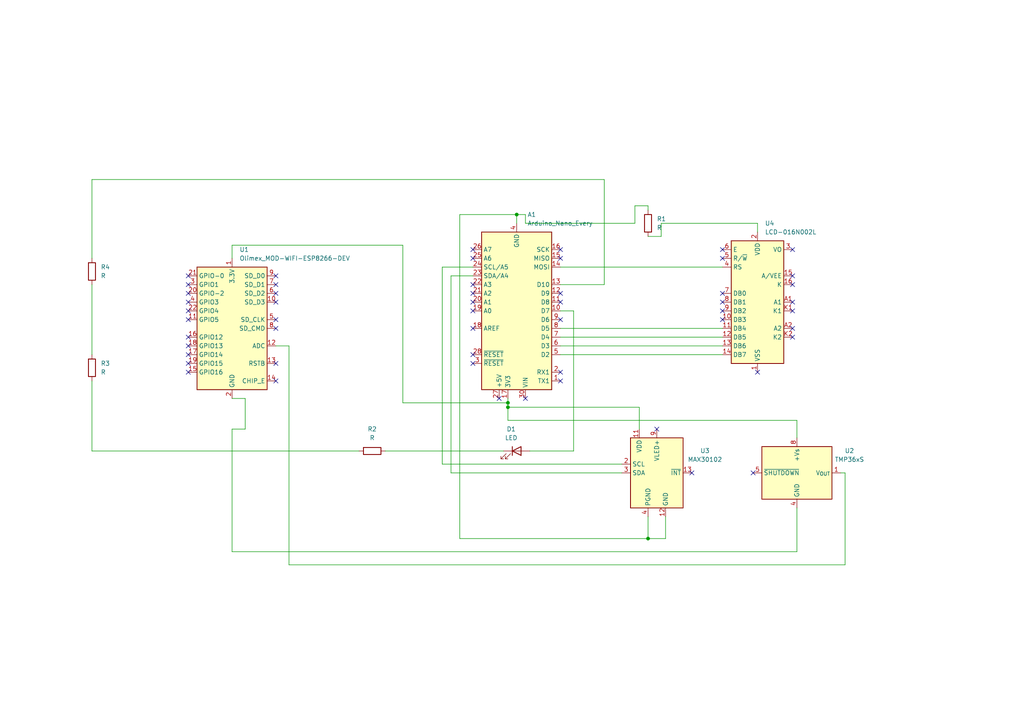
<source format=kicad_sch>
(kicad_sch
	(version 20250114)
	(generator "eeschema")
	(generator_version "9.0")
	(uuid "bcee197d-7733-4171-8688-b7be612452d9")
	(paper "A4")
	(lib_symbols
		(symbol "Device:LED"
			(pin_numbers
				(hide yes)
			)
			(pin_names
				(offset 1.016)
				(hide yes)
			)
			(exclude_from_sim no)
			(in_bom yes)
			(on_board yes)
			(property "Reference" "D"
				(at 0 2.54 0)
				(effects
					(font
						(size 1.27 1.27)
					)
				)
			)
			(property "Value" "LED"
				(at 0 -2.54 0)
				(effects
					(font
						(size 1.27 1.27)
					)
				)
			)
			(property "Footprint" ""
				(at 0 0 0)
				(effects
					(font
						(size 1.27 1.27)
					)
					(hide yes)
				)
			)
			(property "Datasheet" "~"
				(at 0 0 0)
				(effects
					(font
						(size 1.27 1.27)
					)
					(hide yes)
				)
			)
			(property "Description" "Light emitting diode"
				(at 0 0 0)
				(effects
					(font
						(size 1.27 1.27)
					)
					(hide yes)
				)
			)
			(property "Sim.Pins" "1=K 2=A"
				(at 0 0 0)
				(effects
					(font
						(size 1.27 1.27)
					)
					(hide yes)
				)
			)
			(property "ki_keywords" "LED diode"
				(at 0 0 0)
				(effects
					(font
						(size 1.27 1.27)
					)
					(hide yes)
				)
			)
			(property "ki_fp_filters" "LED* LED_SMD:* LED_THT:*"
				(at 0 0 0)
				(effects
					(font
						(size 1.27 1.27)
					)
					(hide yes)
				)
			)
			(symbol "LED_0_1"
				(polyline
					(pts
						(xy -3.048 -0.762) (xy -4.572 -2.286) (xy -3.81 -2.286) (xy -4.572 -2.286) (xy -4.572 -1.524)
					)
					(stroke
						(width 0)
						(type default)
					)
					(fill
						(type none)
					)
				)
				(polyline
					(pts
						(xy -1.778 -0.762) (xy -3.302 -2.286) (xy -2.54 -2.286) (xy -3.302 -2.286) (xy -3.302 -1.524)
					)
					(stroke
						(width 0)
						(type default)
					)
					(fill
						(type none)
					)
				)
				(polyline
					(pts
						(xy -1.27 0) (xy 1.27 0)
					)
					(stroke
						(width 0)
						(type default)
					)
					(fill
						(type none)
					)
				)
				(polyline
					(pts
						(xy -1.27 -1.27) (xy -1.27 1.27)
					)
					(stroke
						(width 0.254)
						(type default)
					)
					(fill
						(type none)
					)
				)
				(polyline
					(pts
						(xy 1.27 -1.27) (xy 1.27 1.27) (xy -1.27 0) (xy 1.27 -1.27)
					)
					(stroke
						(width 0.254)
						(type default)
					)
					(fill
						(type none)
					)
				)
			)
			(symbol "LED_1_1"
				(pin passive line
					(at -3.81 0 0)
					(length 2.54)
					(name "K"
						(effects
							(font
								(size 1.27 1.27)
							)
						)
					)
					(number "1"
						(effects
							(font
								(size 1.27 1.27)
							)
						)
					)
				)
				(pin passive line
					(at 3.81 0 180)
					(length 2.54)
					(name "A"
						(effects
							(font
								(size 1.27 1.27)
							)
						)
					)
					(number "2"
						(effects
							(font
								(size 1.27 1.27)
							)
						)
					)
				)
			)
			(embedded_fonts no)
		)
		(symbol "Device:R"
			(pin_numbers
				(hide yes)
			)
			(pin_names
				(offset 0)
			)
			(exclude_from_sim no)
			(in_bom yes)
			(on_board yes)
			(property "Reference" "R"
				(at 2.032 0 90)
				(effects
					(font
						(size 1.27 1.27)
					)
				)
			)
			(property "Value" "R"
				(at 0 0 90)
				(effects
					(font
						(size 1.27 1.27)
					)
				)
			)
			(property "Footprint" ""
				(at -1.778 0 90)
				(effects
					(font
						(size 1.27 1.27)
					)
					(hide yes)
				)
			)
			(property "Datasheet" "~"
				(at 0 0 0)
				(effects
					(font
						(size 1.27 1.27)
					)
					(hide yes)
				)
			)
			(property "Description" "Resistor"
				(at 0 0 0)
				(effects
					(font
						(size 1.27 1.27)
					)
					(hide yes)
				)
			)
			(property "ki_keywords" "R res resistor"
				(at 0 0 0)
				(effects
					(font
						(size 1.27 1.27)
					)
					(hide yes)
				)
			)
			(property "ki_fp_filters" "R_*"
				(at 0 0 0)
				(effects
					(font
						(size 1.27 1.27)
					)
					(hide yes)
				)
			)
			(symbol "R_0_1"
				(rectangle
					(start -1.016 -2.54)
					(end 1.016 2.54)
					(stroke
						(width 0.254)
						(type default)
					)
					(fill
						(type none)
					)
				)
			)
			(symbol "R_1_1"
				(pin passive line
					(at 0 3.81 270)
					(length 1.27)
					(name "~"
						(effects
							(font
								(size 1.27 1.27)
							)
						)
					)
					(number "1"
						(effects
							(font
								(size 1.27 1.27)
							)
						)
					)
				)
				(pin passive line
					(at 0 -3.81 90)
					(length 1.27)
					(name "~"
						(effects
							(font
								(size 1.27 1.27)
							)
						)
					)
					(number "2"
						(effects
							(font
								(size 1.27 1.27)
							)
						)
					)
				)
			)
			(embedded_fonts no)
		)
		(symbol "Display_Character:LCD-016N002L"
			(exclude_from_sim no)
			(in_bom yes)
			(on_board yes)
			(property "Reference" "U"
				(at -6.35 18.796 0)
				(effects
					(font
						(size 1.27 1.27)
					)
				)
			)
			(property "Value" "LCD-016N002L"
				(at 8.636 18.796 0)
				(effects
					(font
						(size 1.27 1.27)
					)
				)
			)
			(property "Footprint" "Display:LCD-016N002L"
				(at 0.508 -23.368 0)
				(effects
					(font
						(size 1.27 1.27)
					)
					(hide yes)
				)
			)
			(property "Datasheet" "http://www.vishay.com/docs/37299/37299.pdf"
				(at 12.7 -7.62 0)
				(effects
					(font
						(size 1.27 1.27)
					)
					(hide yes)
				)
			)
			(property "Description" "LCD 12x2, 8 bit parallel bus, 3V or 5V VDD"
				(at 0 0 0)
				(effects
					(font
						(size 1.27 1.27)
					)
					(hide yes)
				)
			)
			(property "ki_keywords" "display LCD dot-matrix"
				(at 0 0 0)
				(effects
					(font
						(size 1.27 1.27)
					)
					(hide yes)
				)
			)
			(property "ki_fp_filters" "*LCD*016N002L*"
				(at 0 0 0)
				(effects
					(font
						(size 1.27 1.27)
					)
					(hide yes)
				)
			)
			(symbol "LCD-016N002L_1_1"
				(rectangle
					(start -7.62 17.78)
					(end 7.62 -17.78)
					(stroke
						(width 0.254)
						(type default)
					)
					(fill
						(type background)
					)
				)
				(pin input line
					(at -10.16 15.24 0)
					(length 2.54)
					(name "E"
						(effects
							(font
								(size 1.27 1.27)
							)
						)
					)
					(number "6"
						(effects
							(font
								(size 1.27 1.27)
							)
						)
					)
				)
				(pin input line
					(at -10.16 12.7 0)
					(length 2.54)
					(name "R/~{W}"
						(effects
							(font
								(size 1.27 1.27)
							)
						)
					)
					(number "5"
						(effects
							(font
								(size 1.27 1.27)
							)
						)
					)
				)
				(pin input line
					(at -10.16 10.16 0)
					(length 2.54)
					(name "RS"
						(effects
							(font
								(size 1.27 1.27)
							)
						)
					)
					(number "4"
						(effects
							(font
								(size 1.27 1.27)
							)
						)
					)
				)
				(pin bidirectional line
					(at -10.16 2.54 0)
					(length 2.54)
					(name "DB0"
						(effects
							(font
								(size 1.27 1.27)
							)
						)
					)
					(number "7"
						(effects
							(font
								(size 1.27 1.27)
							)
						)
					)
				)
				(pin bidirectional line
					(at -10.16 0 0)
					(length 2.54)
					(name "DB1"
						(effects
							(font
								(size 1.27 1.27)
							)
						)
					)
					(number "8"
						(effects
							(font
								(size 1.27 1.27)
							)
						)
					)
				)
				(pin bidirectional line
					(at -10.16 -2.54 0)
					(length 2.54)
					(name "DB2"
						(effects
							(font
								(size 1.27 1.27)
							)
						)
					)
					(number "9"
						(effects
							(font
								(size 1.27 1.27)
							)
						)
					)
				)
				(pin bidirectional line
					(at -10.16 -5.08 0)
					(length 2.54)
					(name "DB3"
						(effects
							(font
								(size 1.27 1.27)
							)
						)
					)
					(number "10"
						(effects
							(font
								(size 1.27 1.27)
							)
						)
					)
				)
				(pin bidirectional line
					(at -10.16 -7.62 0)
					(length 2.54)
					(name "DB4"
						(effects
							(font
								(size 1.27 1.27)
							)
						)
					)
					(number "11"
						(effects
							(font
								(size 1.27 1.27)
							)
						)
					)
				)
				(pin bidirectional line
					(at -10.16 -10.16 0)
					(length 2.54)
					(name "DB5"
						(effects
							(font
								(size 1.27 1.27)
							)
						)
					)
					(number "12"
						(effects
							(font
								(size 1.27 1.27)
							)
						)
					)
				)
				(pin bidirectional line
					(at -10.16 -12.7 0)
					(length 2.54)
					(name "DB6"
						(effects
							(font
								(size 1.27 1.27)
							)
						)
					)
					(number "13"
						(effects
							(font
								(size 1.27 1.27)
							)
						)
					)
				)
				(pin bidirectional line
					(at -10.16 -15.24 0)
					(length 2.54)
					(name "DB7"
						(effects
							(font
								(size 1.27 1.27)
							)
						)
					)
					(number "14"
						(effects
							(font
								(size 1.27 1.27)
							)
						)
					)
				)
				(pin power_in line
					(at 0 20.32 270)
					(length 2.54)
					(name "VDD"
						(effects
							(font
								(size 1.27 1.27)
							)
						)
					)
					(number "2"
						(effects
							(font
								(size 1.27 1.27)
							)
						)
					)
				)
				(pin power_in line
					(at 0 -20.32 90)
					(length 2.54)
					(name "VSS"
						(effects
							(font
								(size 1.27 1.27)
							)
						)
					)
					(number "1"
						(effects
							(font
								(size 1.27 1.27)
							)
						)
					)
				)
				(pin input line
					(at 10.16 15.24 180)
					(length 2.54)
					(name "VO"
						(effects
							(font
								(size 1.27 1.27)
							)
						)
					)
					(number "3"
						(effects
							(font
								(size 1.27 1.27)
							)
						)
					)
				)
				(pin power_in line
					(at 10.16 7.62 180)
					(length 2.54)
					(name "A/VEE"
						(effects
							(font
								(size 1.27 1.27)
							)
						)
					)
					(number "15"
						(effects
							(font
								(size 1.27 1.27)
							)
						)
					)
				)
				(pin power_in line
					(at 10.16 5.08 180)
					(length 2.54)
					(name "K"
						(effects
							(font
								(size 1.27 1.27)
							)
						)
					)
					(number "16"
						(effects
							(font
								(size 1.27 1.27)
							)
						)
					)
				)
				(pin power_in line
					(at 10.16 0 180)
					(length 2.54)
					(name "A1"
						(effects
							(font
								(size 1.27 1.27)
							)
						)
					)
					(number "A1"
						(effects
							(font
								(size 1.27 1.27)
							)
						)
					)
				)
				(pin power_in line
					(at 10.16 -2.54 180)
					(length 2.54)
					(name "K1"
						(effects
							(font
								(size 1.27 1.27)
							)
						)
					)
					(number "K1"
						(effects
							(font
								(size 1.27 1.27)
							)
						)
					)
				)
				(pin power_in line
					(at 10.16 -7.62 180)
					(length 2.54)
					(name "A2"
						(effects
							(font
								(size 1.27 1.27)
							)
						)
					)
					(number "A2"
						(effects
							(font
								(size 1.27 1.27)
							)
						)
					)
				)
				(pin power_in line
					(at 10.16 -10.16 180)
					(length 2.54)
					(name "K2"
						(effects
							(font
								(size 1.27 1.27)
							)
						)
					)
					(number "K2"
						(effects
							(font
								(size 1.27 1.27)
							)
						)
					)
				)
			)
			(embedded_fonts no)
		)
		(symbol "MCU_Module:Arduino_Nano_Every"
			(exclude_from_sim no)
			(in_bom yes)
			(on_board yes)
			(property "Reference" "A"
				(at -10.16 23.495 0)
				(effects
					(font
						(size 1.27 1.27)
					)
					(justify left bottom)
				)
			)
			(property "Value" "Arduino_Nano_Every"
				(at 5.08 -24.13 0)
				(effects
					(font
						(size 1.27 1.27)
					)
					(justify left top)
				)
			)
			(property "Footprint" "Module:Arduino_Nano"
				(at 0 0 0)
				(effects
					(font
						(size 1.27 1.27)
						(italic yes)
					)
					(hide yes)
				)
			)
			(property "Datasheet" "https://content.arduino.cc/assets/NANOEveryV3.0_sch.pdf"
				(at 0 0 0)
				(effects
					(font
						(size 1.27 1.27)
					)
					(hide yes)
				)
			)
			(property "Description" "Arduino Nano Every"
				(at 0 0 0)
				(effects
					(font
						(size 1.27 1.27)
					)
					(hide yes)
				)
			)
			(property "ki_keywords" "Arduino nano microcontroller module USB UPDI AATMega4809 AVR"
				(at 0 0 0)
				(effects
					(font
						(size 1.27 1.27)
					)
					(hide yes)
				)
			)
			(property "ki_fp_filters" "Arduino*Nano*"
				(at 0 0 0)
				(effects
					(font
						(size 1.27 1.27)
					)
					(hide yes)
				)
			)
			(symbol "Arduino_Nano_Every_0_1"
				(rectangle
					(start -10.16 22.86)
					(end 10.16 -22.86)
					(stroke
						(width 0.254)
						(type default)
					)
					(fill
						(type background)
					)
				)
			)
			(symbol "Arduino_Nano_Every_1_1"
				(pin bidirectional line
					(at -12.7 20.32 0)
					(length 2.54)
					(name "TX1"
						(effects
							(font
								(size 1.27 1.27)
							)
						)
					)
					(number "1"
						(effects
							(font
								(size 1.27 1.27)
							)
						)
					)
				)
				(pin bidirectional line
					(at -12.7 17.78 0)
					(length 2.54)
					(name "RX1"
						(effects
							(font
								(size 1.27 1.27)
							)
						)
					)
					(number "2"
						(effects
							(font
								(size 1.27 1.27)
							)
						)
					)
				)
				(pin bidirectional line
					(at -12.7 12.7 0)
					(length 2.54)
					(name "D2"
						(effects
							(font
								(size 1.27 1.27)
							)
						)
					)
					(number "5"
						(effects
							(font
								(size 1.27 1.27)
							)
						)
					)
				)
				(pin bidirectional line
					(at -12.7 10.16 0)
					(length 2.54)
					(name "D3"
						(effects
							(font
								(size 1.27 1.27)
							)
						)
					)
					(number "6"
						(effects
							(font
								(size 1.27 1.27)
							)
						)
					)
				)
				(pin bidirectional line
					(at -12.7 7.62 0)
					(length 2.54)
					(name "D4"
						(effects
							(font
								(size 1.27 1.27)
							)
						)
					)
					(number "7"
						(effects
							(font
								(size 1.27 1.27)
							)
						)
					)
				)
				(pin bidirectional line
					(at -12.7 5.08 0)
					(length 2.54)
					(name "D5"
						(effects
							(font
								(size 1.27 1.27)
							)
						)
					)
					(number "8"
						(effects
							(font
								(size 1.27 1.27)
							)
						)
					)
				)
				(pin bidirectional line
					(at -12.7 2.54 0)
					(length 2.54)
					(name "D6"
						(effects
							(font
								(size 1.27 1.27)
							)
						)
					)
					(number "9"
						(effects
							(font
								(size 1.27 1.27)
							)
						)
					)
				)
				(pin bidirectional line
					(at -12.7 0 0)
					(length 2.54)
					(name "D7"
						(effects
							(font
								(size 1.27 1.27)
							)
						)
					)
					(number "10"
						(effects
							(font
								(size 1.27 1.27)
							)
						)
					)
				)
				(pin bidirectional line
					(at -12.7 -2.54 0)
					(length 2.54)
					(name "D8"
						(effects
							(font
								(size 1.27 1.27)
							)
						)
					)
					(number "11"
						(effects
							(font
								(size 1.27 1.27)
							)
						)
					)
				)
				(pin bidirectional line
					(at -12.7 -5.08 0)
					(length 2.54)
					(name "D9"
						(effects
							(font
								(size 1.27 1.27)
							)
						)
					)
					(number "12"
						(effects
							(font
								(size 1.27 1.27)
							)
						)
					)
				)
				(pin bidirectional line
					(at -12.7 -7.62 0)
					(length 2.54)
					(name "D10"
						(effects
							(font
								(size 1.27 1.27)
							)
						)
					)
					(number "13"
						(effects
							(font
								(size 1.27 1.27)
							)
						)
					)
				)
				(pin bidirectional line
					(at -12.7 -12.7 0)
					(length 2.54)
					(name "MOSI"
						(effects
							(font
								(size 1.27 1.27)
							)
						)
					)
					(number "14"
						(effects
							(font
								(size 1.27 1.27)
							)
						)
					)
				)
				(pin bidirectional line
					(at -12.7 -15.24 0)
					(length 2.54)
					(name "MISO"
						(effects
							(font
								(size 1.27 1.27)
							)
						)
					)
					(number "15"
						(effects
							(font
								(size 1.27 1.27)
							)
						)
					)
				)
				(pin bidirectional line
					(at -12.7 -17.78 0)
					(length 2.54)
					(name "SCK"
						(effects
							(font
								(size 1.27 1.27)
							)
						)
					)
					(number "16"
						(effects
							(font
								(size 1.27 1.27)
							)
						)
					)
				)
				(pin power_in line
					(at -2.54 25.4 270)
					(length 2.54)
					(name "VIN"
						(effects
							(font
								(size 1.27 1.27)
							)
						)
					)
					(number "30"
						(effects
							(font
								(size 1.27 1.27)
							)
						)
					)
				)
				(pin passive line
					(at 0 -25.4 90)
					(length 2.54)
					(hide yes)
					(name "GND"
						(effects
							(font
								(size 1.27 1.27)
							)
						)
					)
					(number "29"
						(effects
							(font
								(size 1.27 1.27)
							)
						)
					)
				)
				(pin power_in line
					(at 0 -25.4 90)
					(length 2.54)
					(name "GND"
						(effects
							(font
								(size 1.27 1.27)
							)
						)
					)
					(number "4"
						(effects
							(font
								(size 1.27 1.27)
							)
						)
					)
				)
				(pin power_out line
					(at 2.54 25.4 270)
					(length 2.54)
					(name "3V3"
						(effects
							(font
								(size 1.27 1.27)
							)
						)
					)
					(number "17"
						(effects
							(font
								(size 1.27 1.27)
							)
						)
					)
				)
				(pin power_out line
					(at 5.08 25.4 270)
					(length 2.54)
					(name "+5V"
						(effects
							(font
								(size 1.27 1.27)
							)
						)
					)
					(number "27"
						(effects
							(font
								(size 1.27 1.27)
							)
						)
					)
				)
				(pin input line
					(at 12.7 15.24 180)
					(length 2.54)
					(name "~{RESET}"
						(effects
							(font
								(size 1.27 1.27)
							)
						)
					)
					(number "3"
						(effects
							(font
								(size 1.27 1.27)
							)
						)
					)
				)
				(pin input line
					(at 12.7 12.7 180)
					(length 2.54)
					(name "~{RESET}"
						(effects
							(font
								(size 1.27 1.27)
							)
						)
					)
					(number "28"
						(effects
							(font
								(size 1.27 1.27)
							)
						)
					)
				)
				(pin input line
					(at 12.7 5.08 180)
					(length 2.54)
					(name "AREF"
						(effects
							(font
								(size 1.27 1.27)
							)
						)
					)
					(number "18"
						(effects
							(font
								(size 1.27 1.27)
							)
						)
					)
				)
				(pin bidirectional line
					(at 12.7 0 180)
					(length 2.54)
					(name "A0"
						(effects
							(font
								(size 1.27 1.27)
							)
						)
					)
					(number "19"
						(effects
							(font
								(size 1.27 1.27)
							)
						)
					)
				)
				(pin bidirectional line
					(at 12.7 -2.54 180)
					(length 2.54)
					(name "A1"
						(effects
							(font
								(size 1.27 1.27)
							)
						)
					)
					(number "20"
						(effects
							(font
								(size 1.27 1.27)
							)
						)
					)
				)
				(pin bidirectional line
					(at 12.7 -5.08 180)
					(length 2.54)
					(name "A2"
						(effects
							(font
								(size 1.27 1.27)
							)
						)
					)
					(number "21"
						(effects
							(font
								(size 1.27 1.27)
							)
						)
					)
				)
				(pin bidirectional line
					(at 12.7 -7.62 180)
					(length 2.54)
					(name "A3"
						(effects
							(font
								(size 1.27 1.27)
							)
						)
					)
					(number "22"
						(effects
							(font
								(size 1.27 1.27)
							)
						)
					)
				)
				(pin bidirectional line
					(at 12.7 -10.16 180)
					(length 2.54)
					(name "SDA/A4"
						(effects
							(font
								(size 1.27 1.27)
							)
						)
					)
					(number "23"
						(effects
							(font
								(size 1.27 1.27)
							)
						)
					)
				)
				(pin bidirectional line
					(at 12.7 -12.7 180)
					(length 2.54)
					(name "SCL/A5"
						(effects
							(font
								(size 1.27 1.27)
							)
						)
					)
					(number "24"
						(effects
							(font
								(size 1.27 1.27)
							)
						)
					)
				)
				(pin bidirectional line
					(at 12.7 -15.24 180)
					(length 2.54)
					(name "A6"
						(effects
							(font
								(size 1.27 1.27)
							)
						)
					)
					(number "25"
						(effects
							(font
								(size 1.27 1.27)
							)
						)
					)
				)
				(pin bidirectional line
					(at 12.7 -17.78 180)
					(length 2.54)
					(name "A7"
						(effects
							(font
								(size 1.27 1.27)
							)
						)
					)
					(number "26"
						(effects
							(font
								(size 1.27 1.27)
							)
						)
					)
				)
			)
			(embedded_fonts no)
		)
		(symbol "MCU_Module:Olimex_MOD-WIFI-ESP8266-DEV"
			(exclude_from_sim no)
			(in_bom yes)
			(on_board yes)
			(property "Reference" "U"
				(at 1.27 21.59 0)
				(effects
					(font
						(size 1.27 1.27)
					)
					(justify left)
				)
			)
			(property "Value" "Olimex_MOD-WIFI-ESP8266-DEV"
				(at 1.27 19.05 0)
				(effects
					(font
						(size 1.27 1.27)
					)
					(justify left)
				)
			)
			(property "Footprint" "Module:Olimex_MOD-WIFI-ESP8266-DEV"
				(at 0 -33.02 0)
				(effects
					(font
						(size 1.27 1.27)
					)
					(hide yes)
				)
			)
			(property "Datasheet" "https://raw.githubusercontent.com/OLIMEX/ESP8266/master/HARDWARE/MOD-WIFI-ESP8266-DEV/MOD-WiFi-ESP8266-DEV%20revision%20B2/MOD-WiFi-ESP8266-DEV_Rev_B2.pdf"
				(at 0 -30.48 0)
				(effects
					(font
						(size 1.27 1.27)
					)
					(hide yes)
				)
			)
			(property "Description" "ESP8266 development board"
				(at 0 0 0)
				(effects
					(font
						(size 1.27 1.27)
					)
					(hide yes)
				)
			)
			(property "ki_keywords" "ESP8266"
				(at 0 0 0)
				(effects
					(font
						(size 1.27 1.27)
					)
					(hide yes)
				)
			)
			(property "ki_fp_filters" "*MOD?WIFI?ESP8266?DEV*"
				(at 0 0 0)
				(effects
					(font
						(size 1.27 1.27)
					)
					(hide yes)
				)
			)
			(symbol "Olimex_MOD-WIFI-ESP8266-DEV_0_1"
				(rectangle
					(start -10.16 17.78)
					(end 10.16 -17.78)
					(stroke
						(width 0.254)
						(type default)
					)
					(fill
						(type background)
					)
				)
			)
			(symbol "Olimex_MOD-WIFI-ESP8266-DEV_1_1"
				(pin bidirectional line
					(at -12.7 15.24 0)
					(length 2.54)
					(name "GPIO-0"
						(effects
							(font
								(size 1.27 1.27)
							)
						)
					)
					(number "21"
						(effects
							(font
								(size 1.27 1.27)
							)
						)
					)
				)
				(pin bidirectional line
					(at -12.7 12.7 0)
					(length 2.54)
					(name "GPIO1"
						(effects
							(font
								(size 1.27 1.27)
							)
						)
					)
					(number "3"
						(effects
							(font
								(size 1.27 1.27)
							)
						)
					)
				)
				(pin bidirectional line
					(at -12.7 10.16 0)
					(length 2.54)
					(name "GPIO-2"
						(effects
							(font
								(size 1.27 1.27)
							)
						)
					)
					(number "20"
						(effects
							(font
								(size 1.27 1.27)
							)
						)
					)
				)
				(pin bidirectional line
					(at -12.7 7.62 0)
					(length 2.54)
					(name "GPIO3"
						(effects
							(font
								(size 1.27 1.27)
							)
						)
					)
					(number "4"
						(effects
							(font
								(size 1.27 1.27)
							)
						)
					)
				)
				(pin bidirectional line
					(at -12.7 5.08 0)
					(length 2.54)
					(name "GPIO4"
						(effects
							(font
								(size 1.27 1.27)
							)
						)
					)
					(number "22"
						(effects
							(font
								(size 1.27 1.27)
							)
						)
					)
				)
				(pin bidirectional line
					(at -12.7 2.54 0)
					(length 2.54)
					(name "GPIO5"
						(effects
							(font
								(size 1.27 1.27)
							)
						)
					)
					(number "11"
						(effects
							(font
								(size 1.27 1.27)
							)
						)
					)
				)
				(pin bidirectional line
					(at -12.7 -2.54 0)
					(length 2.54)
					(name "GPIO12"
						(effects
							(font
								(size 1.27 1.27)
							)
						)
					)
					(number "16"
						(effects
							(font
								(size 1.27 1.27)
							)
						)
					)
				)
				(pin bidirectional line
					(at -12.7 -5.08 0)
					(length 2.54)
					(name "GPIO13"
						(effects
							(font
								(size 1.27 1.27)
							)
						)
					)
					(number "18"
						(effects
							(font
								(size 1.27 1.27)
							)
						)
					)
				)
				(pin bidirectional line
					(at -12.7 -7.62 0)
					(length 2.54)
					(name "GPIO14"
						(effects
							(font
								(size 1.27 1.27)
							)
						)
					)
					(number "17"
						(effects
							(font
								(size 1.27 1.27)
							)
						)
					)
				)
				(pin bidirectional line
					(at -12.7 -10.16 0)
					(length 2.54)
					(name "GPIO15"
						(effects
							(font
								(size 1.27 1.27)
							)
						)
					)
					(number "19"
						(effects
							(font
								(size 1.27 1.27)
							)
						)
					)
				)
				(pin bidirectional line
					(at -12.7 -12.7 0)
					(length 2.54)
					(name "GPIO16"
						(effects
							(font
								(size 1.27 1.27)
							)
						)
					)
					(number "15"
						(effects
							(font
								(size 1.27 1.27)
							)
						)
					)
				)
				(pin power_in line
					(at 0 20.32 270)
					(length 2.54)
					(name "3.3V"
						(effects
							(font
								(size 1.27 1.27)
							)
						)
					)
					(number "1"
						(effects
							(font
								(size 1.27 1.27)
							)
						)
					)
				)
				(pin power_in line
					(at 0 -20.32 90)
					(length 2.54)
					(name "GND"
						(effects
							(font
								(size 1.27 1.27)
							)
						)
					)
					(number "2"
						(effects
							(font
								(size 1.27 1.27)
							)
						)
					)
				)
				(pin unspecified line
					(at 12.7 15.24 180)
					(length 2.54)
					(name "SD_D0"
						(effects
							(font
								(size 1.27 1.27)
							)
						)
					)
					(number "9"
						(effects
							(font
								(size 1.27 1.27)
							)
						)
					)
				)
				(pin unspecified line
					(at 12.7 12.7 180)
					(length 2.54)
					(name "SD_D1"
						(effects
							(font
								(size 1.27 1.27)
							)
						)
					)
					(number "7"
						(effects
							(font
								(size 1.27 1.27)
							)
						)
					)
				)
				(pin unspecified line
					(at 12.7 10.16 180)
					(length 2.54)
					(name "SD_D2"
						(effects
							(font
								(size 1.27 1.27)
							)
						)
					)
					(number "6"
						(effects
							(font
								(size 1.27 1.27)
							)
						)
					)
				)
				(pin unspecified line
					(at 12.7 7.62 180)
					(length 2.54)
					(name "SD_D3"
						(effects
							(font
								(size 1.27 1.27)
							)
						)
					)
					(number "10"
						(effects
							(font
								(size 1.27 1.27)
							)
						)
					)
				)
				(pin unspecified line
					(at 12.7 2.54 180)
					(length 2.54)
					(name "SD_CLK"
						(effects
							(font
								(size 1.27 1.27)
							)
						)
					)
					(number "5"
						(effects
							(font
								(size 1.27 1.27)
							)
						)
					)
				)
				(pin unspecified line
					(at 12.7 0 180)
					(length 2.54)
					(name "SD_CMD"
						(effects
							(font
								(size 1.27 1.27)
							)
						)
					)
					(number "8"
						(effects
							(font
								(size 1.27 1.27)
							)
						)
					)
				)
				(pin unspecified line
					(at 12.7 -5.08 180)
					(length 2.54)
					(name "ADC"
						(effects
							(font
								(size 1.27 1.27)
							)
						)
					)
					(number "12"
						(effects
							(font
								(size 1.27 1.27)
							)
						)
					)
				)
				(pin input line
					(at 12.7 -10.16 180)
					(length 2.54)
					(name "RSTB"
						(effects
							(font
								(size 1.27 1.27)
							)
						)
					)
					(number "13"
						(effects
							(font
								(size 1.27 1.27)
							)
						)
					)
				)
				(pin unspecified line
					(at 12.7 -15.24 180)
					(length 2.54)
					(name "CHIP_E"
						(effects
							(font
								(size 1.27 1.27)
							)
						)
					)
					(number "14"
						(effects
							(font
								(size 1.27 1.27)
							)
						)
					)
				)
			)
			(embedded_fonts no)
		)
		(symbol "Sensor:MAX30102"
			(exclude_from_sim no)
			(in_bom yes)
			(on_board yes)
			(property "Reference" "U"
				(at 7.62 15.24 0)
				(effects
					(font
						(size 1.27 1.27)
					)
				)
			)
			(property "Value" "MAX30102"
				(at 7.62 12.7 0)
				(effects
					(font
						(size 1.27 1.27)
					)
				)
			)
			(property "Footprint" "OptoDevice:Maxim_OLGA-14_3.3x5.6mm_P0.8mm"
				(at 0 -2.54 0)
				(effects
					(font
						(size 1.27 1.27)
					)
					(hide yes)
				)
			)
			(property "Datasheet" "https://datasheets.maximintegrated.com/en/ds/MAX30102.pdf"
				(at 0 0 0)
				(effects
					(font
						(size 1.27 1.27)
					)
					(hide yes)
				)
			)
			(property "Description" "Heart Rate Sensor, 14-OLGA"
				(at 0 0 0)
				(effects
					(font
						(size 1.27 1.27)
					)
					(hide yes)
				)
			)
			(property "ki_keywords" "Heart Rate"
				(at 0 0 0)
				(effects
					(font
						(size 1.27 1.27)
					)
					(hide yes)
				)
			)
			(property "ki_fp_filters" "Maxim*OLGA*3.3x5.6mm*P0.8mm*"
				(at 0 0 0)
				(effects
					(font
						(size 1.27 1.27)
					)
					(hide yes)
				)
			)
			(symbol "MAX30102_0_1"
				(rectangle
					(start -7.62 10.16)
					(end 7.62 -10.16)
					(stroke
						(width 0.254)
						(type default)
					)
					(fill
						(type background)
					)
				)
			)
			(symbol "MAX30102_1_1"
				(pin input line
					(at -10.16 2.54 0)
					(length 2.54)
					(name "SCL"
						(effects
							(font
								(size 1.27 1.27)
							)
						)
					)
					(number "2"
						(effects
							(font
								(size 1.27 1.27)
							)
						)
					)
				)
				(pin bidirectional line
					(at -10.16 0 0)
					(length 2.54)
					(name "SDA"
						(effects
							(font
								(size 1.27 1.27)
							)
						)
					)
					(number "3"
						(effects
							(font
								(size 1.27 1.27)
							)
						)
					)
				)
				(pin no_connect line
					(at -7.62 5.08 0)
					(length 2.54)
					(hide yes)
					(name "NC"
						(effects
							(font
								(size 1.27 1.27)
							)
						)
					)
					(number "1"
						(effects
							(font
								(size 1.27 1.27)
							)
						)
					)
				)
				(pin no_connect line
					(at -7.62 -2.54 0)
					(length 2.54)
					(hide yes)
					(name "NC"
						(effects
							(font
								(size 1.27 1.27)
							)
						)
					)
					(number "7"
						(effects
							(font
								(size 1.27 1.27)
							)
						)
					)
				)
				(pin power_in line
					(at -5.08 12.7 270)
					(length 2.54)
					(name "VDD"
						(effects
							(font
								(size 1.27 1.27)
							)
						)
					)
					(number "11"
						(effects
							(font
								(size 1.27 1.27)
							)
						)
					)
				)
				(pin power_in line
					(at -2.54 -12.7 90)
					(length 2.54)
					(name "PGND"
						(effects
							(font
								(size 1.27 1.27)
							)
						)
					)
					(number "4"
						(effects
							(font
								(size 1.27 1.27)
							)
						)
					)
				)
				(pin passive line
					(at 0 12.7 270)
					(length 2.54)
					(hide yes)
					(name "VLED+"
						(effects
							(font
								(size 1.27 1.27)
							)
						)
					)
					(number "10"
						(effects
							(font
								(size 1.27 1.27)
							)
						)
					)
				)
				(pin power_in line
					(at 0 12.7 270)
					(length 2.54)
					(name "VLED+"
						(effects
							(font
								(size 1.27 1.27)
							)
						)
					)
					(number "9"
						(effects
							(font
								(size 1.27 1.27)
							)
						)
					)
				)
				(pin power_in line
					(at 2.54 -12.7 90)
					(length 2.54)
					(name "GND"
						(effects
							(font
								(size 1.27 1.27)
							)
						)
					)
					(number "12"
						(effects
							(font
								(size 1.27 1.27)
							)
						)
					)
				)
				(pin no_connect line
					(at 7.62 5.08 180)
					(length 2.54)
					(hide yes)
					(name "NC"
						(effects
							(font
								(size 1.27 1.27)
							)
						)
					)
					(number "8"
						(effects
							(font
								(size 1.27 1.27)
							)
						)
					)
				)
				(pin no_connect line
					(at 7.62 2.54 180)
					(length 2.54)
					(hide yes)
					(name "NC"
						(effects
							(font
								(size 1.27 1.27)
							)
						)
					)
					(number "14"
						(effects
							(font
								(size 1.27 1.27)
							)
						)
					)
				)
				(pin no_connect line
					(at 7.62 -5.08 180)
					(length 2.54)
					(hide yes)
					(name "NC"
						(effects
							(font
								(size 1.27 1.27)
							)
						)
					)
					(number "6"
						(effects
							(font
								(size 1.27 1.27)
							)
						)
					)
				)
				(pin no_connect line
					(at 7.62 -7.62 180)
					(length 2.54)
					(hide yes)
					(name "NC"
						(effects
							(font
								(size 1.27 1.27)
							)
						)
					)
					(number "5"
						(effects
							(font
								(size 1.27 1.27)
							)
						)
					)
				)
				(pin output line
					(at 10.16 0 180)
					(length 2.54)
					(name "~{INT}"
						(effects
							(font
								(size 1.27 1.27)
							)
						)
					)
					(number "13"
						(effects
							(font
								(size 1.27 1.27)
							)
						)
					)
				)
			)
			(embedded_fonts no)
		)
		(symbol "Sensor_Temperature:TMP36xS"
			(exclude_from_sim no)
			(in_bom yes)
			(on_board yes)
			(property "Reference" "U"
				(at -8.89 8.89 0)
				(effects
					(font
						(size 1.27 1.27)
					)
				)
			)
			(property "Value" "TMP36xS"
				(at 6.35 -8.89 0)
				(effects
					(font
						(size 1.27 1.27)
					)
				)
			)
			(property "Footprint" "Package_SO:SOIC-8_3.9x4.9mm_P1.27mm"
				(at 0 -11.43 0)
				(effects
					(font
						(size 1.27 1.27)
					)
					(hide yes)
				)
			)
			(property "Datasheet" "https://www.analog.com/media/en/technical-documentation/data-sheets/TMP35_36_37.pdf"
				(at 0 0 0)
				(effects
					(font
						(size 1.27 1.27)
					)
					(hide yes)
				)
			)
			(property "Description" "Low Voltage Temperature Sensor, SOIC-8"
				(at 0 0 0)
				(effects
					(font
						(size 1.27 1.27)
					)
					(hide yes)
				)
			)
			(property "ki_keywords" "Temperature Sensor SOIC-8"
				(at 0 0 0)
				(effects
					(font
						(size 1.27 1.27)
					)
					(hide yes)
				)
			)
			(property "ki_fp_filters" "SOIC?8*3.9x4.9mm*P1.27mm*"
				(at 0 0 0)
				(effects
					(font
						(size 1.27 1.27)
					)
					(hide yes)
				)
			)
			(symbol "TMP36xS_0_1"
				(rectangle
					(start -10.16 7.62)
					(end 10.16 -7.62)
					(stroke
						(width 0.254)
						(type default)
					)
					(fill
						(type background)
					)
				)
			)
			(symbol "TMP36xS_1_1"
				(pin input line
					(at -12.7 0 0)
					(length 2.54)
					(name "~{SHUTDOWN}"
						(effects
							(font
								(size 1.27 1.27)
							)
						)
					)
					(number "5"
						(effects
							(font
								(size 1.27 1.27)
							)
						)
					)
				)
				(pin power_in line
					(at 0 10.16 270)
					(length 2.54)
					(name "+Vs"
						(effects
							(font
								(size 1.27 1.27)
							)
						)
					)
					(number "8"
						(effects
							(font
								(size 1.27 1.27)
							)
						)
					)
				)
				(pin power_in line
					(at 0 -10.16 90)
					(length 2.54)
					(name "GND"
						(effects
							(font
								(size 1.27 1.27)
							)
						)
					)
					(number "4"
						(effects
							(font
								(size 1.27 1.27)
							)
						)
					)
				)
				(pin output line
					(at 12.7 0 180)
					(length 2.54)
					(name "V_{OUT}"
						(effects
							(font
								(size 1.27 1.27)
							)
						)
					)
					(number "1"
						(effects
							(font
								(size 1.27 1.27)
							)
						)
					)
				)
			)
			(embedded_fonts no)
		)
	)
	(junction
		(at 149.86 62.23)
		(diameter 0)
		(color 0 0 0 0)
		(uuid "3b21ded6-27c9-4db6-ae45-550b1d449ed8")
	)
	(junction
		(at 147.32 118.11)
		(diameter 0)
		(color 0 0 0 0)
		(uuid "453286d1-8795-4c9b-b2b8-ea5ed60c1bb8")
	)
	(junction
		(at 147.32 116.84)
		(diameter 0)
		(color 0 0 0 0)
		(uuid "5549bb2c-8085-4030-81a0-a244efbcfe2a")
	)
	(junction
		(at 187.96 156.21)
		(diameter 0)
		(color 0 0 0 0)
		(uuid "5d0c52e5-548a-46db-9aba-c53a12c2b63e")
	)
	(no_connect
		(at 137.16 95.25)
		(uuid "065ef970-e14b-437d-a296-ee0b842f1224")
	)
	(no_connect
		(at 80.01 87.63)
		(uuid "0824a113-1316-41ea-a2c4-f359ebd11a39")
	)
	(no_connect
		(at 54.61 100.33)
		(uuid "127a2eb0-64c0-4e7b-98ab-aa74eb3a8159")
	)
	(no_connect
		(at 209.55 74.93)
		(uuid "1a9b9036-38f2-4317-a1a6-adc074d432e9")
	)
	(no_connect
		(at 229.87 95.25)
		(uuid "1d961b0c-615a-4d1a-93a4-5b40d3a36ce6")
	)
	(no_connect
		(at 190.5 124.46)
		(uuid "2392b5aa-5d0b-498b-b17e-542584a8f77f")
	)
	(no_connect
		(at 209.55 92.71)
		(uuid "23ee5619-a46b-4a7c-9e04-5d981af9180d")
	)
	(no_connect
		(at 80.01 85.09)
		(uuid "2c72c3e2-178b-42fe-8515-7eb1f4491c9c")
	)
	(no_connect
		(at 80.01 105.41)
		(uuid "2dcaf9ec-3af2-424d-be7a-29a6e73e351c")
	)
	(no_connect
		(at 137.16 90.17)
		(uuid "34810383-b64d-4d6b-86df-915dfbdccb1e")
	)
	(no_connect
		(at 137.16 105.41)
		(uuid "41e915dd-7b64-4a55-9128-4f05a29903b5")
	)
	(no_connect
		(at 209.55 85.09)
		(uuid "43f9f3a5-96aa-49c6-a96f-2ea389e1f136")
	)
	(no_connect
		(at 54.61 82.55)
		(uuid "45554e1b-2e2d-4b73-b34d-6a5bec569c8a")
	)
	(no_connect
		(at 54.61 102.87)
		(uuid "504722db-2778-4a16-9cb3-d22336597720")
	)
	(no_connect
		(at 54.61 97.79)
		(uuid "5a37da10-4a5e-4538-b0a2-eb5a2766e651")
	)
	(no_connect
		(at 80.01 110.49)
		(uuid "5b5c73d0-280f-4432-abef-e6220d703a39")
	)
	(no_connect
		(at 80.01 95.25)
		(uuid "5ea1d047-b59b-4a52-8604-d877112aba93")
	)
	(no_connect
		(at 162.56 92.71)
		(uuid "63413d34-40db-418c-9832-115ddd62c0ac")
	)
	(no_connect
		(at 54.61 105.41)
		(uuid "7064ee10-64aa-44bd-923c-6e7401ba54c1")
	)
	(no_connect
		(at 152.4 115.57)
		(uuid "77c6d16e-0482-43f0-add4-9262e698537a")
	)
	(no_connect
		(at 200.66 137.16)
		(uuid "799a2ad1-6bf6-4947-972d-bbdd1d64170d")
	)
	(no_connect
		(at 54.61 90.17)
		(uuid "79a255a2-a482-415d-855c-99f944ea136e")
	)
	(no_connect
		(at 162.56 74.93)
		(uuid "7a9a3fa7-766d-4f8d-9444-7315e04031a9")
	)
	(no_connect
		(at 229.87 90.17)
		(uuid "7c1c92d5-69c7-4000-9546-3280b6c3ec27")
	)
	(no_connect
		(at 209.55 90.17)
		(uuid "85a55207-35c7-43ef-ae16-a23154708fc6")
	)
	(no_connect
		(at 144.78 115.57)
		(uuid "8bb5a32f-3295-440a-a0d0-6e0458a162f1")
	)
	(no_connect
		(at 209.55 87.63)
		(uuid "8e0c4abd-03ec-47fd-80d4-639592febfda")
	)
	(no_connect
		(at 54.61 92.71)
		(uuid "9088f8da-1239-4f57-aa71-9fe66fd40236")
	)
	(no_connect
		(at 137.16 72.39)
		(uuid "90fceef3-4fa6-49b0-b747-91f332658e8c")
	)
	(no_connect
		(at 54.61 87.63)
		(uuid "946690ac-11f6-4636-92cc-db99cf659afd")
	)
	(no_connect
		(at 162.56 72.39)
		(uuid "97c2cb99-9154-4ef1-89f1-5027b55d4151")
	)
	(no_connect
		(at 54.61 85.09)
		(uuid "98473899-727e-435e-9fb0-f1d0176b3d32")
	)
	(no_connect
		(at 137.16 87.63)
		(uuid "994f5c03-8d22-469d-a99c-866510077c57")
	)
	(no_connect
		(at 137.16 102.87)
		(uuid "9d079ee8-1ded-490f-aa85-dbb6c205d8e9")
	)
	(no_connect
		(at 162.56 87.63)
		(uuid "9ee8e621-6427-469f-b44e-374771aae3a0")
	)
	(no_connect
		(at 229.87 87.63)
		(uuid "a5b9c5cd-94ae-4004-9f12-fb3054bcd6e3")
	)
	(no_connect
		(at 218.44 137.16)
		(uuid "a73f0a57-9e04-428c-a9c6-9e92978ea706")
	)
	(no_connect
		(at 229.87 82.55)
		(uuid "af21b5b2-99e6-4328-9ae0-bced4ba55f63")
	)
	(no_connect
		(at 137.16 85.09)
		(uuid "b646b935-001f-4fcd-94fc-f2c6bb1e5b0d")
	)
	(no_connect
		(at 54.61 107.95)
		(uuid "bc48d296-32f2-4886-a2d7-9f221e7e3277")
	)
	(no_connect
		(at 162.56 107.95)
		(uuid "bd04af50-4320-428f-8592-28cd77b14083")
	)
	(no_connect
		(at 54.61 80.01)
		(uuid "bf5d37f3-1223-4a6d-9043-f68673f4edaa")
	)
	(no_connect
		(at 219.71 107.95)
		(uuid "c02ad32a-ea2e-4468-a62e-0768d6496bea")
	)
	(no_connect
		(at 229.87 72.39)
		(uuid "c69e2216-4f3a-4d38-a24e-b177630a0db6")
	)
	(no_connect
		(at 162.56 110.49)
		(uuid "c8bea437-c204-4ff8-b95b-8b7760a7a31d")
	)
	(no_connect
		(at 229.87 80.01)
		(uuid "c96965f5-9df8-4518-98a2-b5f90e7a4cfe")
	)
	(no_connect
		(at 80.01 92.71)
		(uuid "d179902a-a7a6-48c3-a58c-8f25aea86562")
	)
	(no_connect
		(at 229.87 97.79)
		(uuid "d839a3b7-8373-4552-a958-53de509d49d9")
	)
	(no_connect
		(at 162.56 85.09)
		(uuid "dccedcf2-2eb3-4bc9-8ae6-feafeca9fec7")
	)
	(no_connect
		(at 80.01 82.55)
		(uuid "eb70a480-5a22-4227-9f2e-1bb8a87921b6")
	)
	(no_connect
		(at 137.16 82.55)
		(uuid "ee3d75d1-0857-40c0-a323-e62f2b5384d1")
	)
	(no_connect
		(at 209.55 72.39)
		(uuid "f4c7fd62-2f56-416d-badb-20a96863df63")
	)
	(no_connect
		(at 80.01 80.01)
		(uuid "f55db04b-6c25-404d-a56b-eff175ec6d9e")
	)
	(no_connect
		(at 137.16 74.93)
		(uuid "fd291368-d4c8-4d67-bbb7-9fae7f11937f")
	)
	(wire
		(pts
			(xy 231.14 121.92) (xy 147.32 121.92)
		)
		(stroke
			(width 0)
			(type default)
		)
		(uuid "0161fad2-8f93-4e5d-bf9f-6014bebc251d")
	)
	(wire
		(pts
			(xy 147.32 121.92) (xy 147.32 118.11)
		)
		(stroke
			(width 0)
			(type default)
		)
		(uuid "019b41ba-2423-4496-8487-2613f49e9585")
	)
	(wire
		(pts
			(xy 162.56 97.79) (xy 209.55 97.79)
		)
		(stroke
			(width 0)
			(type default)
		)
		(uuid "07eeb4e0-fd39-463b-adc7-ba211663efbf")
	)
	(wire
		(pts
			(xy 26.67 130.81) (xy 104.14 130.81)
		)
		(stroke
			(width 0)
			(type default)
		)
		(uuid "0b5b5314-aa2e-424b-9f3e-9f5f1966964c")
	)
	(wire
		(pts
			(xy 147.32 116.84) (xy 147.32 115.57)
		)
		(stroke
			(width 0)
			(type default)
		)
		(uuid "0e90fe94-1fe7-4e0e-8090-427e0d5265f7")
	)
	(wire
		(pts
			(xy 111.76 130.81) (xy 146.05 130.81)
		)
		(stroke
			(width 0)
			(type default)
		)
		(uuid "0ef14046-7fdc-4a2b-bccb-08ded614182a")
	)
	(wire
		(pts
			(xy 162.56 82.55) (xy 175.26 82.55)
		)
		(stroke
			(width 0)
			(type default)
		)
		(uuid "10ca8012-c14d-46e0-b63c-f7f59e57e25e")
	)
	(wire
		(pts
			(xy 26.67 110.49) (xy 26.67 130.81)
		)
		(stroke
			(width 0)
			(type default)
		)
		(uuid "142f7799-631d-49a6-b9a4-8ee45adba6ae")
	)
	(wire
		(pts
			(xy 191.77 68.58) (xy 191.77 64.77)
		)
		(stroke
			(width 0)
			(type default)
		)
		(uuid "26f1b22b-6531-4252-9815-7de6ca5958d4")
	)
	(wire
		(pts
			(xy 193.04 156.21) (xy 193.04 149.86)
		)
		(stroke
			(width 0)
			(type default)
		)
		(uuid "26fdf688-8bb7-4ef1-8115-0a85993940db")
	)
	(wire
		(pts
			(xy 26.67 82.55) (xy 26.67 102.87)
		)
		(stroke
			(width 0)
			(type default)
		)
		(uuid "28e5e783-eecc-457c-b7b3-711572715cea")
	)
	(wire
		(pts
			(xy 80.01 100.33) (xy 83.82 100.33)
		)
		(stroke
			(width 0)
			(type default)
		)
		(uuid "2e134254-a9c9-4577-a344-0f3ab1394d26")
	)
	(wire
		(pts
			(xy 116.84 116.84) (xy 147.32 116.84)
		)
		(stroke
			(width 0)
			(type default)
		)
		(uuid "2f20761a-8d1b-421f-9109-7fab9cffd17a")
	)
	(wire
		(pts
			(xy 175.26 52.07) (xy 175.26 82.55)
		)
		(stroke
			(width 0)
			(type default)
		)
		(uuid "37bed4d0-f2a3-4e4a-a27e-9dd57781d499")
	)
	(wire
		(pts
			(xy 26.67 52.07) (xy 175.26 52.07)
		)
		(stroke
			(width 0)
			(type default)
		)
		(uuid "3b2d9331-70ee-47e3-aa7a-3aee5cfd2ed3")
	)
	(wire
		(pts
			(xy 162.56 95.25) (xy 209.55 95.25)
		)
		(stroke
			(width 0)
			(type default)
		)
		(uuid "3e4fe56b-372a-499a-83eb-85b6017f8fb2")
	)
	(wire
		(pts
			(xy 152.4 62.23) (xy 149.86 62.23)
		)
		(stroke
			(width 0)
			(type default)
		)
		(uuid "3f70b18c-0b62-43f2-bb43-60c3817839d0")
	)
	(wire
		(pts
			(xy 187.96 149.86) (xy 187.96 156.21)
		)
		(stroke
			(width 0)
			(type default)
		)
		(uuid "42e66385-0606-4057-8208-ff45da1b1267")
	)
	(wire
		(pts
			(xy 166.37 130.81) (xy 153.67 130.81)
		)
		(stroke
			(width 0)
			(type default)
		)
		(uuid "4d7429db-9875-4ed3-9b8b-a56d6e1af682")
	)
	(wire
		(pts
			(xy 219.71 64.77) (xy 219.71 67.31)
		)
		(stroke
			(width 0)
			(type default)
		)
		(uuid "566ec0b1-6e95-4ebd-8a97-04cc2709df32")
	)
	(wire
		(pts
			(xy 147.32 118.11) (xy 147.32 116.84)
		)
		(stroke
			(width 0)
			(type default)
		)
		(uuid "58b36840-8a28-49a8-ba2c-d5ff48fad0ce")
	)
	(wire
		(pts
			(xy 71.12 115.57) (xy 67.31 115.57)
		)
		(stroke
			(width 0)
			(type default)
		)
		(uuid "5b2c9e65-33dc-495d-a3f0-d40ead0a916a")
	)
	(wire
		(pts
			(xy 67.31 74.93) (xy 67.31 71.12)
		)
		(stroke
			(width 0)
			(type default)
		)
		(uuid "5d740510-0ca5-4aeb-9368-e475b89ed35b")
	)
	(wire
		(pts
			(xy 231.14 147.32) (xy 231.14 160.02)
		)
		(stroke
			(width 0)
			(type default)
		)
		(uuid "661d7f8f-2a72-4aab-87b0-d64a47dbd73e")
	)
	(wire
		(pts
			(xy 128.27 134.62) (xy 180.34 134.62)
		)
		(stroke
			(width 0)
			(type default)
		)
		(uuid "67f9ea77-40b9-4074-8acf-431564163b79")
	)
	(wire
		(pts
			(xy 191.77 64.77) (xy 219.71 64.77)
		)
		(stroke
			(width 0)
			(type default)
		)
		(uuid "6a6e78cc-ce3a-4148-a828-e7b789ad44ba")
	)
	(wire
		(pts
			(xy 187.96 59.69) (xy 187.96 60.96)
		)
		(stroke
			(width 0)
			(type default)
		)
		(uuid "6dd1b7ad-c909-44fb-980e-e56d673aa3a2")
	)
	(wire
		(pts
			(xy 67.31 160.02) (xy 67.31 124.46)
		)
		(stroke
			(width 0)
			(type default)
		)
		(uuid "6e5660f2-1a8e-410f-be4c-880b38f062ad")
	)
	(wire
		(pts
			(xy 130.81 80.01) (xy 130.81 137.16)
		)
		(stroke
			(width 0)
			(type default)
		)
		(uuid "79227bdd-2c62-4ae2-aeb3-14ce853a4428")
	)
	(wire
		(pts
			(xy 184.15 59.69) (xy 187.96 59.69)
		)
		(stroke
			(width 0)
			(type default)
		)
		(uuid "7d9f6ed9-2a63-4609-b01b-1c5228b7eea4")
	)
	(wire
		(pts
			(xy 187.96 156.21) (xy 193.04 156.21)
		)
		(stroke
			(width 0)
			(type default)
		)
		(uuid "7f59edcf-3882-438a-82e2-f073d0824fac")
	)
	(wire
		(pts
			(xy 133.35 156.21) (xy 187.96 156.21)
		)
		(stroke
			(width 0)
			(type default)
		)
		(uuid "81bed57e-f5dd-4e9f-9de6-6e9b0d0579b2")
	)
	(wire
		(pts
			(xy 83.82 163.83) (xy 245.11 163.83)
		)
		(stroke
			(width 0)
			(type default)
		)
		(uuid "8cd2420f-d687-42a2-9ff8-754b8d9d2b84")
	)
	(wire
		(pts
			(xy 137.16 80.01) (xy 130.81 80.01)
		)
		(stroke
			(width 0)
			(type default)
		)
		(uuid "99ddcf4a-f6e0-4fcb-8e85-9a97223df4ca")
	)
	(wire
		(pts
			(xy 149.86 62.23) (xy 133.35 62.23)
		)
		(stroke
			(width 0)
			(type default)
		)
		(uuid "9b0c01d7-9e78-4559-9576-ba3ef28222d4")
	)
	(wire
		(pts
			(xy 245.11 137.16) (xy 243.84 137.16)
		)
		(stroke
			(width 0)
			(type default)
		)
		(uuid "9ee1b3c0-ec18-460f-aea9-a83ee1057f65")
	)
	(wire
		(pts
			(xy 231.14 160.02) (xy 67.31 160.02)
		)
		(stroke
			(width 0)
			(type default)
		)
		(uuid "a22e84a7-8d63-486c-8e92-506942085a5e")
	)
	(wire
		(pts
			(xy 185.42 118.11) (xy 147.32 118.11)
		)
		(stroke
			(width 0)
			(type default)
		)
		(uuid "a4695d10-3387-400b-a3ad-ffe3ae7df8d2")
	)
	(wire
		(pts
			(xy 184.15 64.77) (xy 184.15 59.69)
		)
		(stroke
			(width 0)
			(type default)
		)
		(uuid "a867c27f-2255-47c5-a2f4-2ff9a7bfb3cd")
	)
	(wire
		(pts
			(xy 166.37 90.17) (xy 166.37 130.81)
		)
		(stroke
			(width 0)
			(type default)
		)
		(uuid "ac639952-ba15-4b30-a27f-eec2f1382e26")
	)
	(wire
		(pts
			(xy 162.56 100.33) (xy 209.55 100.33)
		)
		(stroke
			(width 0)
			(type default)
		)
		(uuid "b1e71c2d-e551-40ef-9792-17a7bea5b3b0")
	)
	(wire
		(pts
			(xy 83.82 100.33) (xy 83.82 163.83)
		)
		(stroke
			(width 0)
			(type default)
		)
		(uuid "ba902f87-2771-4a64-ae98-7892b4b5eb5c")
	)
	(wire
		(pts
			(xy 133.35 62.23) (xy 133.35 156.21)
		)
		(stroke
			(width 0)
			(type default)
		)
		(uuid "bde2f498-6494-446e-b15f-0d79bbef90a0")
	)
	(wire
		(pts
			(xy 26.67 74.93) (xy 26.67 52.07)
		)
		(stroke
			(width 0)
			(type default)
		)
		(uuid "c935ce63-71cf-42b8-b0bf-7228f0bb44aa")
	)
	(wire
		(pts
			(xy 137.16 77.47) (xy 128.27 77.47)
		)
		(stroke
			(width 0)
			(type default)
		)
		(uuid "cd4a0a3e-d84f-4a54-a12f-321df7f24ca1")
	)
	(wire
		(pts
			(xy 152.4 64.77) (xy 152.4 62.23)
		)
		(stroke
			(width 0)
			(type default)
		)
		(uuid "cf960d09-0ebf-4eef-a7b5-bd5772f11c3d")
	)
	(wire
		(pts
			(xy 162.56 90.17) (xy 166.37 90.17)
		)
		(stroke
			(width 0)
			(type default)
		)
		(uuid "d5a53820-a392-43b9-90e0-4501d9139e23")
	)
	(wire
		(pts
			(xy 116.84 71.12) (xy 116.84 116.84)
		)
		(stroke
			(width 0)
			(type default)
		)
		(uuid "db7b50a8-7ac4-4662-9453-2e71ca08bc65")
	)
	(wire
		(pts
			(xy 184.15 64.77) (xy 152.4 64.77)
		)
		(stroke
			(width 0)
			(type default)
		)
		(uuid "e470fbac-e9b9-4299-afc9-5263c997f8e3")
	)
	(wire
		(pts
			(xy 187.96 68.58) (xy 191.77 68.58)
		)
		(stroke
			(width 0)
			(type default)
		)
		(uuid "e5275c69-eb70-46fa-9a8f-0083b55a922e")
	)
	(wire
		(pts
			(xy 128.27 77.47) (xy 128.27 134.62)
		)
		(stroke
			(width 0)
			(type default)
		)
		(uuid "e55f0e5f-5c01-4704-b9c7-5e280e341954")
	)
	(wire
		(pts
			(xy 231.14 121.92) (xy 231.14 127)
		)
		(stroke
			(width 0)
			(type default)
		)
		(uuid "e7d83bd4-2987-4b78-b450-c5106e2332e2")
	)
	(wire
		(pts
			(xy 162.56 102.87) (xy 209.55 102.87)
		)
		(stroke
			(width 0)
			(type default)
		)
		(uuid "ed71eab0-0cd5-47ba-9f67-a3cc98458fbf")
	)
	(wire
		(pts
			(xy 162.56 77.47) (xy 209.55 77.47)
		)
		(stroke
			(width 0)
			(type default)
		)
		(uuid "f1d248df-a84f-41b4-9173-cfa8ede084d1")
	)
	(wire
		(pts
			(xy 130.81 137.16) (xy 180.34 137.16)
		)
		(stroke
			(width 0)
			(type default)
		)
		(uuid "f4909f96-3dd2-4c45-968c-126f5343bf64")
	)
	(wire
		(pts
			(xy 71.12 124.46) (xy 71.12 115.57)
		)
		(stroke
			(width 0)
			(type default)
		)
		(uuid "f50851a0-57ad-422b-aa2b-20716c59bf33")
	)
	(wire
		(pts
			(xy 149.86 64.77) (xy 149.86 62.23)
		)
		(stroke
			(width 0)
			(type default)
		)
		(uuid "f64157ad-3a78-4851-9833-4f2da1ccbe88")
	)
	(wire
		(pts
			(xy 67.31 71.12) (xy 116.84 71.12)
		)
		(stroke
			(width 0)
			(type default)
		)
		(uuid "f67a1587-90ed-4202-886b-d5bb7425e2c5")
	)
	(wire
		(pts
			(xy 245.11 137.16) (xy 245.11 163.83)
		)
		(stroke
			(width 0)
			(type default)
		)
		(uuid "fb0f117d-acef-458e-857c-d694c5ed404b")
	)
	(wire
		(pts
			(xy 67.31 124.46) (xy 71.12 124.46)
		)
		(stroke
			(width 0)
			(type default)
		)
		(uuid "fbf125ae-7b47-477c-9bd2-f2da1bfa5dfd")
	)
	(wire
		(pts
			(xy 185.42 124.46) (xy 185.42 118.11)
		)
		(stroke
			(width 0)
			(type default)
		)
		(uuid "fd9b66a8-70c0-4cc8-bd46-51572363901b")
	)
	(symbol
		(lib_id "MCU_Module:Olimex_MOD-WIFI-ESP8266-DEV")
		(at 67.31 95.25 0)
		(unit 1)
		(exclude_from_sim no)
		(in_bom yes)
		(on_board yes)
		(dnp no)
		(fields_autoplaced yes)
		(uuid "17f6ac5e-31d5-4cc2-a026-12da38c3213a")
		(property "Reference" "U1"
			(at 69.4533 72.39 0)
			(effects
				(font
					(size 1.27 1.27)
				)
				(justify left)
			)
		)
		(property "Value" "Olimex_MOD-WIFI-ESP8266-DEV"
			(at 69.4533 74.93 0)
			(effects
				(font
					(size 1.27 1.27)
				)
				(justify left)
			)
		)
		(property "Footprint" "RF_Module:WEMOS_D1_mini_light"
			(at 67.31 128.27 0)
			(effects
				(font
					(size 1.27 1.27)
				)
				(hide yes)
			)
		)
		(property "Datasheet" "https://raw.githubusercontent.com/OLIMEX/ESP8266/master/HARDWARE/MOD-WIFI-ESP8266-DEV/MOD-WiFi-ESP8266-DEV%20revision%20B2/MOD-WiFi-ESP8266-DEV_Rev_B2.pdf"
			(at 67.31 125.73 0)
			(effects
				(font
					(size 1.27 1.27)
				)
				(hide yes)
			)
		)
		(property "Description" "ESP8266 development board"
			(at 67.31 95.25 0)
			(effects
				(font
					(size 1.27 1.27)
				)
				(hide yes)
			)
		)
		(pin "15"
			(uuid "7f2766a8-2cf4-440f-b061-61a65b2c278e")
		)
		(pin "17"
			(uuid "37f825ab-cd75-44b7-8d99-40b4be7b8920")
		)
		(pin "14"
			(uuid "dcfb750b-c0d9-4cc4-8ee0-9246f635f35d")
		)
		(pin "3"
			(uuid "889d96a0-5265-4634-a69a-db4091f07253")
		)
		(pin "12"
			(uuid "216cc23a-f26e-4489-a874-35bf713d149a")
		)
		(pin "6"
			(uuid "a6f7a2e6-484f-4348-a13b-eafbe075244f")
		)
		(pin "5"
			(uuid "91c96596-9654-4296-9b3c-42dfa2c083a4")
		)
		(pin "8"
			(uuid "1d4e94f3-d402-4c10-b05c-5f1925aa9f24")
		)
		(pin "2"
			(uuid "6d0c3ddb-1ad4-4519-b226-59c2d9da02bb")
		)
		(pin "4"
			(uuid "44417e86-00da-4bc9-8904-d3180d3372f7")
		)
		(pin "9"
			(uuid "448033d8-ac5d-4d4b-a01b-0259aa77059d")
		)
		(pin "13"
			(uuid "edf92428-6228-44be-858c-bccbf6b5d56e")
		)
		(pin "10"
			(uuid "ee3aecbd-dead-463f-9b48-b746b011a5f6")
		)
		(pin "21"
			(uuid "29fdde3a-c939-4ca2-849a-d9badb497075")
		)
		(pin "22"
			(uuid "914a2515-bb40-4610-8dba-19cc559714df")
		)
		(pin "11"
			(uuid "221e3727-9dcd-4a66-a091-2899437bd900")
		)
		(pin "20"
			(uuid "6316fa25-b330-4c8e-b5bd-9601dea1c8cb")
		)
		(pin "16"
			(uuid "7f220743-ad0f-4392-95f2-93843f17f1b9")
		)
		(pin "18"
			(uuid "724a2892-b025-4696-a10d-caf8656b6003")
		)
		(pin "19"
			(uuid "77f243c2-a9d2-4b35-95d8-9bf0e7140f43")
		)
		(pin "1"
			(uuid "6d439da0-97cb-4728-aa66-8fdf4ad0d50f")
		)
		(pin "7"
			(uuid "027528fc-6dc2-490c-8afb-d72a73d90148")
		)
		(instances
			(project ""
				(path "/bcee197d-7733-4171-8688-b7be612452d9"
					(reference "U1")
					(unit 1)
				)
			)
		)
	)
	(symbol
		(lib_id "Device:R")
		(at 26.67 106.68 0)
		(unit 1)
		(exclude_from_sim no)
		(in_bom yes)
		(on_board yes)
		(dnp no)
		(fields_autoplaced yes)
		(uuid "217c93b3-ed4b-4b84-9b1a-5ffa922ae2fe")
		(property "Reference" "R3"
			(at 29.21 105.4099 0)
			(effects
				(font
					(size 1.27 1.27)
				)
				(justify left)
			)
		)
		(property "Value" "R"
			(at 29.21 107.9499 0)
			(effects
				(font
					(size 1.27 1.27)
				)
				(justify left)
			)
		)
		(property "Footprint" "Resistor_THT:R_Axial_DIN0309_L9.0mm_D3.2mm_P2.54mm_Vertical"
			(at 24.892 106.68 90)
			(effects
				(font
					(size 1.27 1.27)
				)
				(hide yes)
			)
		)
		(property "Datasheet" "~"
			(at 26.67 106.68 0)
			(effects
				(font
					(size 1.27 1.27)
				)
				(hide yes)
			)
		)
		(property "Description" "Resistor"
			(at 26.67 106.68 0)
			(effects
				(font
					(size 1.27 1.27)
				)
				(hide yes)
			)
		)
		(pin "1"
			(uuid "af7b48aa-dd2c-47d7-9910-a6d8e3b581ae")
		)
		(pin "2"
			(uuid "ff982a9d-1b9b-4029-aebe-d64139fda38c")
		)
		(instances
			(project ""
				(path "/bcee197d-7733-4171-8688-b7be612452d9"
					(reference "R3")
					(unit 1)
				)
			)
		)
	)
	(symbol
		(lib_id "Device:R")
		(at 26.67 78.74 0)
		(unit 1)
		(exclude_from_sim no)
		(in_bom yes)
		(on_board yes)
		(dnp no)
		(fields_autoplaced yes)
		(uuid "4a468ad5-2587-4abd-941d-9f7c64252c74")
		(property "Reference" "R4"
			(at 29.21 77.4699 0)
			(effects
				(font
					(size 1.27 1.27)
				)
				(justify left)
			)
		)
		(property "Value" "R"
			(at 29.21 80.0099 0)
			(effects
				(font
					(size 1.27 1.27)
				)
				(justify left)
			)
		)
		(property "Footprint" "Resistor_THT:R_Axial_DIN0204_L3.6mm_D1.6mm_P2.54mm_Vertical"
			(at 24.892 78.74 90)
			(effects
				(font
					(size 1.27 1.27)
				)
				(hide yes)
			)
		)
		(property "Datasheet" "~"
			(at 26.67 78.74 0)
			(effects
				(font
					(size 1.27 1.27)
				)
				(hide yes)
			)
		)
		(property "Description" "Resistor"
			(at 26.67 78.74 0)
			(effects
				(font
					(size 1.27 1.27)
				)
				(hide yes)
			)
		)
		(pin "1"
			(uuid "c367b23e-6338-42a1-a5fe-ca9599ad54f5")
		)
		(pin "2"
			(uuid "07369b0a-c7e1-4160-b5f7-6987ec4691e1")
		)
		(instances
			(project ""
				(path "/bcee197d-7733-4171-8688-b7be612452d9"
					(reference "R4")
					(unit 1)
				)
			)
		)
	)
	(symbol
		(lib_id "Sensor:MAX30102")
		(at 190.5 137.16 0)
		(unit 1)
		(exclude_from_sim no)
		(in_bom yes)
		(on_board yes)
		(dnp no)
		(fields_autoplaced yes)
		(uuid "572c1718-30f3-49f1-acc8-17952a668f8a")
		(property "Reference" "U3"
			(at 204.47 130.7398 0)
			(effects
				(font
					(size 1.27 1.27)
				)
			)
		)
		(property "Value" "MAX30102"
			(at 204.47 133.2798 0)
			(effects
				(font
					(size 1.27 1.27)
				)
			)
		)
		(property "Footprint" "OptoDevice:Maxim_OLGA-14_3.3x5.6mm_P0.8mm"
			(at 190.5 139.7 0)
			(effects
				(font
					(size 1.27 1.27)
				)
				(hide yes)
			)
		)
		(property "Datasheet" "https://datasheets.maximintegrated.com/en/ds/MAX30102.pdf"
			(at 190.5 137.16 0)
			(effects
				(font
					(size 1.27 1.27)
				)
				(hide yes)
			)
		)
		(property "Description" "Heart Rate Sensor, 14-OLGA"
			(at 190.5 137.16 0)
			(effects
				(font
					(size 1.27 1.27)
				)
				(hide yes)
			)
		)
		(pin "8"
			(uuid "c2420eb6-2789-406b-9c4b-871a55501e04")
		)
		(pin "3"
			(uuid "bdf895da-821c-49b6-b559-94aee730783f")
		)
		(pin "6"
			(uuid "4a541085-b2ab-420f-ac5c-0aca1b9c90fb")
		)
		(pin "13"
			(uuid "07340c5a-bec4-47d7-ba0f-2b1e92b8fed2")
		)
		(pin "4"
			(uuid "0109796a-9967-41b0-b771-cbdf8356e2e0")
		)
		(pin "2"
			(uuid "12e5c4ae-8418-46da-8d2e-37b8dd8fcd3c")
		)
		(pin "14"
			(uuid "bb5c8cfe-bb7a-4982-8340-64dfc9fcc452")
		)
		(pin "11"
			(uuid "3dfceb86-57db-4d29-8e90-2795ccd1da23")
		)
		(pin "10"
			(uuid "30aa20a2-d7fc-4bb8-9b1d-f736623ab294")
		)
		(pin "5"
			(uuid "f2166b75-d998-47b7-8e1b-c3a5298b00f2")
		)
		(pin "12"
			(uuid "77e59486-7e7f-4140-9e70-abcb54aff40f")
		)
		(pin "1"
			(uuid "f32b4723-5173-411e-864c-c4fb9ca7f75c")
		)
		(pin "7"
			(uuid "63c20130-ad4b-431f-a0e8-27618351e4c5")
		)
		(pin "9"
			(uuid "370b7603-10f4-4ee9-bfcd-d3620ed6de76")
		)
		(instances
			(project ""
				(path "/bcee197d-7733-4171-8688-b7be612452d9"
					(reference "U3")
					(unit 1)
				)
			)
		)
	)
	(symbol
		(lib_id "Device:LED")
		(at 149.86 130.81 0)
		(unit 1)
		(exclude_from_sim no)
		(in_bom yes)
		(on_board yes)
		(dnp no)
		(fields_autoplaced yes)
		(uuid "9b8fb4dc-591f-4dc3-8553-903454e833f4")
		(property "Reference" "D1"
			(at 148.2725 124.46 0)
			(effects
				(font
					(size 1.27 1.27)
				)
			)
		)
		(property "Value" "LED"
			(at 148.2725 127 0)
			(effects
				(font
					(size 1.27 1.27)
				)
			)
		)
		(property "Footprint" "LED_THT:LED_D1.8mm_W1.8mm_H2.4mm_Horizontal_O3.81mm_Z8.2mm"
			(at 149.86 130.81 0)
			(effects
				(font
					(size 1.27 1.27)
				)
				(hide yes)
			)
		)
		(property "Datasheet" "~"
			(at 149.86 130.81 0)
			(effects
				(font
					(size 1.27 1.27)
				)
				(hide yes)
			)
		)
		(property "Description" "Light emitting diode"
			(at 149.86 130.81 0)
			(effects
				(font
					(size 1.27 1.27)
				)
				(hide yes)
			)
		)
		(property "Sim.Pins" "1=K 2=A"
			(at 149.86 130.81 0)
			(effects
				(font
					(size 1.27 1.27)
				)
				(hide yes)
			)
		)
		(pin "2"
			(uuid "d4f4cb34-a195-4d30-b70c-cbf083c3680b")
		)
		(pin "1"
			(uuid "f220f767-8b27-41e3-8a42-ec5a6d382b0e")
		)
		(instances
			(project ""
				(path "/bcee197d-7733-4171-8688-b7be612452d9"
					(reference "D1")
					(unit 1)
				)
			)
		)
	)
	(symbol
		(lib_id "MCU_Module:Arduino_Nano_Every")
		(at 149.86 90.17 180)
		(unit 1)
		(exclude_from_sim no)
		(in_bom yes)
		(on_board yes)
		(dnp no)
		(fields_autoplaced yes)
		(uuid "adc40d57-c3cb-43d3-8825-5ccb2b42d7d7")
		(property "Reference" "A1"
			(at 152.9781 62.23 0)
			(effects
				(font
					(size 1.27 1.27)
				)
				(justify right)
			)
		)
		(property "Value" "Arduino_Nano_Every"
			(at 152.9781 64.77 0)
			(effects
				(font
					(size 1.27 1.27)
				)
				(justify right)
			)
		)
		(property "Footprint" "Module:Arduino_Nano"
			(at 149.86 90.17 0)
			(effects
				(font
					(size 1.27 1.27)
					(italic yes)
				)
				(hide yes)
			)
		)
		(property "Datasheet" "https://content.arduino.cc/assets/NANOEveryV3.0_sch.pdf"
			(at 149.86 90.17 0)
			(effects
				(font
					(size 1.27 1.27)
				)
				(hide yes)
			)
		)
		(property "Description" "Arduino Nano Every"
			(at 149.86 90.17 0)
			(effects
				(font
					(size 1.27 1.27)
				)
				(hide yes)
			)
		)
		(pin "19"
			(uuid "b0923208-0c61-4109-8399-93aa4c451850")
		)
		(pin "21"
			(uuid "77cb7e41-e8b8-4be1-97a8-0c2909c93c40")
		)
		(pin "2"
			(uuid "5fcf216a-6aff-4e4b-8283-318f85e34c67")
		)
		(pin "14"
			(uuid "5314d775-b471-48fe-8385-30e8c0fe6a8e")
		)
		(pin "15"
			(uuid "83445df0-ecf5-48e3-ace7-a4c3744f8316")
		)
		(pin "12"
			(uuid "bdf055f1-7282-4767-b9d9-82eaa0c13c56")
		)
		(pin "7"
			(uuid "611e921b-3fc4-4790-91cb-b332f890979f")
		)
		(pin "9"
			(uuid "5b8b6491-1149-44ac-8794-5f1f0569ee2c")
		)
		(pin "5"
			(uuid "ba76cdbe-f7b3-4d7a-8fa1-f1e23d0a0259")
		)
		(pin "10"
			(uuid "37f25413-4ad8-4249-9e27-f2231336aee8")
		)
		(pin "11"
			(uuid "2c0800a9-bb58-4a72-ac18-2eb6027f8ae4")
		)
		(pin "30"
			(uuid "8366b891-673e-4e64-bb6f-f260162540bb")
		)
		(pin "17"
			(uuid "383ea55c-1508-4c92-85fe-f05f440c5b22")
		)
		(pin "8"
			(uuid "060d3e53-53ad-4725-ac6e-d2bbeca2acc0")
		)
		(pin "27"
			(uuid "e648d0f7-4c40-4a5d-88bb-bb693d77cc0a")
		)
		(pin "4"
			(uuid "94e70383-6b0e-45c3-9a77-d608e87bb919")
		)
		(pin "3"
			(uuid "3ba2abd2-7c04-4389-8242-9bf3a68c4a7f")
		)
		(pin "28"
			(uuid "98b96889-96d2-48be-b5af-7efbc01ca0da")
		)
		(pin "6"
			(uuid "6c869013-44b1-4a29-b4e5-ae3b935121bd")
		)
		(pin "13"
			(uuid "7c9faa7f-ac65-4c80-a28e-e804221bc30a")
		)
		(pin "29"
			(uuid "ce1d4204-6831-480f-9897-087ba5b495a0")
		)
		(pin "1"
			(uuid "e3288597-6d40-4dd5-b128-9cb665634a1c")
		)
		(pin "18"
			(uuid "08d98b11-03da-44e5-9944-b6a873541d25")
		)
		(pin "16"
			(uuid "f1506ff6-c512-4e2f-925b-6591a45b2204")
		)
		(pin "20"
			(uuid "4b2491a3-7121-4f7d-a92e-5952228845c1")
		)
		(pin "22"
			(uuid "c675bb43-11d5-45a7-852d-66064d7628cf")
		)
		(pin "24"
			(uuid "6823e12a-2e9a-44e6-8769-a7ab59d126e3")
		)
		(pin "25"
			(uuid "0a9df8a5-c176-4b6c-b94c-3090b7cb7a1d")
		)
		(pin "26"
			(uuid "537c5ab5-6608-4403-8a63-89ce863a1620")
		)
		(pin "23"
			(uuid "89c3d1f2-97e5-435e-b957-7e338556f842")
		)
		(instances
			(project ""
				(path "/bcee197d-7733-4171-8688-b7be612452d9"
					(reference "A1")
					(unit 1)
				)
			)
		)
	)
	(symbol
		(lib_id "Device:R")
		(at 107.95 130.81 90)
		(unit 1)
		(exclude_from_sim no)
		(in_bom yes)
		(on_board yes)
		(dnp no)
		(fields_autoplaced yes)
		(uuid "b69f2678-4a8c-469c-b631-36fc7cd50acb")
		(property "Reference" "R2"
			(at 107.95 124.46 90)
			(effects
				(font
					(size 1.27 1.27)
				)
			)
		)
		(property "Value" "R"
			(at 107.95 127 90)
			(effects
				(font
					(size 1.27 1.27)
				)
			)
		)
		(property "Footprint" "Resistor_THT:R_Axial_DIN0207_L6.3mm_D2.5mm_P10.16mm_Horizontal"
			(at 107.95 132.588 90)
			(effects
				(font
					(size 1.27 1.27)
				)
				(hide yes)
			)
		)
		(property "Datasheet" "~"
			(at 107.95 130.81 0)
			(effects
				(font
					(size 1.27 1.27)
				)
				(hide yes)
			)
		)
		(property "Description" "Resistor"
			(at 107.95 130.81 0)
			(effects
				(font
					(size 1.27 1.27)
				)
				(hide yes)
			)
		)
		(pin "2"
			(uuid "7f7803ba-bf1c-4855-8eba-de9d33d23ffe")
		)
		(pin "1"
			(uuid "c2f3b546-cae5-4a30-bbf5-a36734a21b54")
		)
		(instances
			(project ""
				(path "/bcee197d-7733-4171-8688-b7be612452d9"
					(reference "R2")
					(unit 1)
				)
			)
		)
	)
	(symbol
		(lib_id "Display_Character:LCD-016N002L")
		(at 219.71 87.63 0)
		(unit 1)
		(exclude_from_sim no)
		(in_bom yes)
		(on_board yes)
		(dnp no)
		(fields_autoplaced yes)
		(uuid "d829b393-ff7b-4f45-a18b-20da61013180")
		(property "Reference" "U4"
			(at 221.8533 64.77 0)
			(effects
				(font
					(size 1.27 1.27)
				)
				(justify left)
			)
		)
		(property "Value" "LCD-016N002L"
			(at 221.8533 67.31 0)
			(effects
				(font
					(size 1.27 1.27)
				)
				(justify left)
			)
		)
		(property "Footprint" "Display:LCD-016N002L"
			(at 220.218 110.998 0)
			(effects
				(font
					(size 1.27 1.27)
				)
				(hide yes)
			)
		)
		(property "Datasheet" "http://www.vishay.com/docs/37299/37299.pdf"
			(at 232.41 95.25 0)
			(effects
				(font
					(size 1.27 1.27)
				)
				(hide yes)
			)
		)
		(property "Description" "LCD 12x2, 8 bit parallel bus, 3V or 5V VDD"
			(at 219.71 87.63 0)
			(effects
				(font
					(size 1.27 1.27)
				)
				(hide yes)
			)
		)
		(pin "9"
			(uuid "f34410c4-1808-4088-ab84-3ad2b2d0fd7a")
		)
		(pin "8"
			(uuid "bc3ecffa-e421-43f7-9b67-d54b8904ea3c")
		)
		(pin "13"
			(uuid "3e075450-dc22-4e9c-9565-b5686d609c38")
		)
		(pin "4"
			(uuid "a12b9bbd-c717-47ce-8f65-19cdf8cf4e6d")
		)
		(pin "A2"
			(uuid "a95a9557-1ba1-46e0-9ce4-0ce6c8c24b6d")
		)
		(pin "3"
			(uuid "ed835fc3-61d7-492f-8fe5-3b999e605a77")
		)
		(pin "10"
			(uuid "d834cdd8-f202-4837-9481-48a423111756")
		)
		(pin "K1"
			(uuid "82d1126f-43ce-413c-8feb-a76daaaac55e")
		)
		(pin "7"
			(uuid "1a849ede-e827-41de-904a-03e2ccc00cba")
		)
		(pin "1"
			(uuid "58860f96-e263-4dd0-98c9-c04ca438f502")
		)
		(pin "6"
			(uuid "0805b4cc-35d9-405c-b70c-b4a835d26ee5")
		)
		(pin "11"
			(uuid "09fe39e7-caba-4e98-b05a-7076280cc99c")
		)
		(pin "5"
			(uuid "90eb5ad0-79f4-4359-bdfc-322a24edc6e8")
		)
		(pin "14"
			(uuid "7870c48d-47dc-4ab7-a0ce-c1be53aedeac")
		)
		(pin "12"
			(uuid "26e019de-f918-44ba-9efb-37c39a52e762")
		)
		(pin "2"
			(uuid "437f40a9-8f43-44b0-acf2-caf91ddd96ce")
		)
		(pin "15"
			(uuid "34c3c269-29f7-45fa-91c1-563bbd13778a")
		)
		(pin "A1"
			(uuid "df36e1e1-7811-44a6-9657-b21a2204ae11")
		)
		(pin "K2"
			(uuid "f39a75ff-8ab8-49ed-8e1d-d24a57cf41e7")
		)
		(pin "16"
			(uuid "5abe2851-0bb6-4da4-ae9c-8e81c4a661f9")
		)
		(instances
			(project ""
				(path "/bcee197d-7733-4171-8688-b7be612452d9"
					(reference "U4")
					(unit 1)
				)
			)
		)
	)
	(symbol
		(lib_id "Device:R")
		(at 187.96 64.77 0)
		(unit 1)
		(exclude_from_sim no)
		(in_bom yes)
		(on_board yes)
		(dnp no)
		(fields_autoplaced yes)
		(uuid "da30aece-a28a-430c-a5ef-009d8b2283c3")
		(property "Reference" "R1"
			(at 190.5 63.4999 0)
			(effects
				(font
					(size 1.27 1.27)
				)
				(justify left)
			)
		)
		(property "Value" "R"
			(at 190.5 66.0399 0)
			(effects
				(font
					(size 1.27 1.27)
				)
				(justify left)
			)
		)
		(property "Footprint" "Resistor_THT:R_Axial_DIN0204_L3.6mm_D1.6mm_P5.08mm_Horizontal"
			(at 186.182 64.77 90)
			(effects
				(font
					(size 1.27 1.27)
				)
				(hide yes)
			)
		)
		(property "Datasheet" "~"
			(at 187.96 64.77 0)
			(effects
				(font
					(size 1.27 1.27)
				)
				(hide yes)
			)
		)
		(property "Description" "Resistor"
			(at 187.96 64.77 0)
			(effects
				(font
					(size 1.27 1.27)
				)
				(hide yes)
			)
		)
		(pin "1"
			(uuid "829aa43c-ed79-40df-9e83-2ca7b14b8b83")
		)
		(pin "2"
			(uuid "329df6d7-2be9-431f-827c-3c45e6710ef1")
		)
		(instances
			(project ""
				(path "/bcee197d-7733-4171-8688-b7be612452d9"
					(reference "R1")
					(unit 1)
				)
			)
		)
	)
	(symbol
		(lib_id "Sensor_Temperature:TMP36xS")
		(at 231.14 137.16 0)
		(unit 1)
		(exclude_from_sim no)
		(in_bom yes)
		(on_board yes)
		(dnp no)
		(fields_autoplaced yes)
		(uuid "e75bd7a6-5411-47db-b44a-125f99498ae8")
		(property "Reference" "U2"
			(at 246.38 130.7398 0)
			(effects
				(font
					(size 1.27 1.27)
				)
			)
		)
		(property "Value" "TMP36xS"
			(at 246.38 133.2798 0)
			(effects
				(font
					(size 1.27 1.27)
				)
			)
		)
		(property "Footprint" "Package_SO:SOIC-8_3.9x4.9mm_P1.27mm"
			(at 231.14 148.59 0)
			(effects
				(font
					(size 1.27 1.27)
				)
				(hide yes)
			)
		)
		(property "Datasheet" "https://www.analog.com/media/en/technical-documentation/data-sheets/TMP35_36_37.pdf"
			(at 231.14 137.16 0)
			(effects
				(font
					(size 1.27 1.27)
				)
				(hide yes)
			)
		)
		(property "Description" "Low Voltage Temperature Sensor, SOIC-8"
			(at 231.14 137.16 0)
			(effects
				(font
					(size 1.27 1.27)
				)
				(hide yes)
			)
		)
		(pin "8"
			(uuid "c9957a33-d723-4e49-89bb-ffae939f81f6")
		)
		(pin "5"
			(uuid "962a25da-4905-4861-841d-565e2b836dea")
		)
		(pin "4"
			(uuid "693b5af8-495b-424e-bfc2-c5aae0ff4c83")
		)
		(pin "1"
			(uuid "e3f811e8-5724-40fc-9667-51d488c226e4")
		)
		(instances
			(project ""
				(path "/bcee197d-7733-4171-8688-b7be612452d9"
					(reference "U2")
					(unit 1)
				)
			)
		)
	)
	(sheet_instances
		(path "/"
			(page "1")
		)
	)
	(embedded_fonts no)
)

</source>
